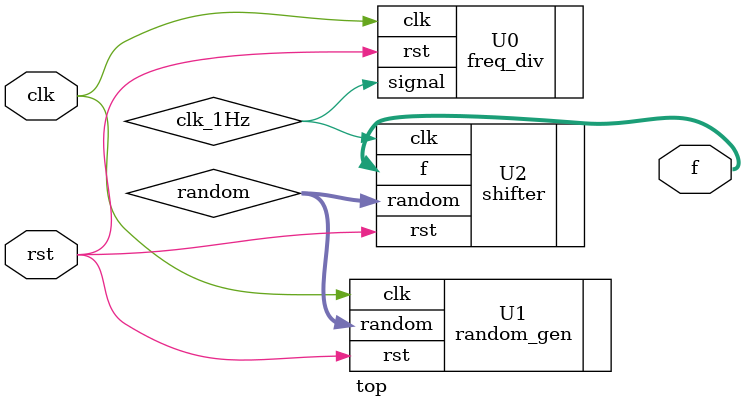
<source format=v>
`timescale 1ns / 1ps

module top(
    input clk,
    input rst,
    output [7:0] f
    );

wire clk_1Hz;
wire [7:0] random;

freq_div U0 (.clk(clk), .rst(rst), .signal(clk_1Hz));
random_gen U1 (.clk(clk), .rst(rst), .random(random));
shifter U2 (.clk(clk_1Hz), .rst(rst), .random(random), .f(f));

endmodule

</source>
